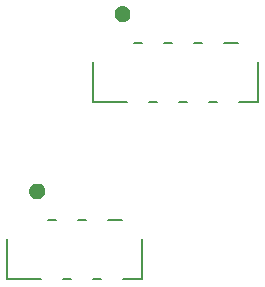
<source format=gbo>
G75*
%MOIN*%
%OFA0B0*%
%FSLAX25Y25*%
%IPPOS*%
%LPD*%
%AMOC8*
5,1,8,0,0,1.08239X$1,22.5*
%
%ADD10C,0.00600*%
%ADD11C,0.02500*%
D10*
X0189536Y0088563D02*
X0189536Y0101863D01*
X0203236Y0108363D02*
X0205836Y0108363D01*
X0213236Y0108363D02*
X0215836Y0108363D01*
X0223236Y0108363D02*
X0227936Y0108363D01*
X0234536Y0101863D02*
X0234536Y0088563D01*
X0228236Y0088563D01*
X0220836Y0088563D02*
X0218236Y0088563D01*
X0210836Y0088563D02*
X0208236Y0088563D01*
X0200836Y0088563D02*
X0189536Y0088563D01*
X0218001Y0147618D02*
X0229301Y0147618D01*
X0236701Y0147618D02*
X0239301Y0147618D01*
X0246701Y0147618D02*
X0249301Y0147618D01*
X0256701Y0147618D02*
X0259301Y0147618D01*
X0266701Y0147618D02*
X0273001Y0147618D01*
X0273001Y0160918D01*
X0266401Y0167418D02*
X0261701Y0167418D01*
X0254301Y0167418D02*
X0251701Y0167418D01*
X0244301Y0167418D02*
X0241701Y0167418D01*
X0234301Y0167418D02*
X0231701Y0167418D01*
X0218001Y0160918D02*
X0218001Y0147618D01*
D11*
X0226751Y0176918D02*
X0226753Y0176988D01*
X0226759Y0177058D01*
X0226769Y0177127D01*
X0226782Y0177196D01*
X0226800Y0177264D01*
X0226821Y0177331D01*
X0226846Y0177396D01*
X0226875Y0177460D01*
X0226907Y0177523D01*
X0226943Y0177583D01*
X0226982Y0177641D01*
X0227024Y0177697D01*
X0227069Y0177751D01*
X0227117Y0177802D01*
X0227168Y0177850D01*
X0227222Y0177895D01*
X0227278Y0177937D01*
X0227336Y0177976D01*
X0227396Y0178012D01*
X0227459Y0178044D01*
X0227523Y0178073D01*
X0227588Y0178098D01*
X0227655Y0178119D01*
X0227723Y0178137D01*
X0227792Y0178150D01*
X0227861Y0178160D01*
X0227931Y0178166D01*
X0228001Y0178168D01*
X0228071Y0178166D01*
X0228141Y0178160D01*
X0228210Y0178150D01*
X0228279Y0178137D01*
X0228347Y0178119D01*
X0228414Y0178098D01*
X0228479Y0178073D01*
X0228543Y0178044D01*
X0228606Y0178012D01*
X0228666Y0177976D01*
X0228724Y0177937D01*
X0228780Y0177895D01*
X0228834Y0177850D01*
X0228885Y0177802D01*
X0228933Y0177751D01*
X0228978Y0177697D01*
X0229020Y0177641D01*
X0229059Y0177583D01*
X0229095Y0177523D01*
X0229127Y0177460D01*
X0229156Y0177396D01*
X0229181Y0177331D01*
X0229202Y0177264D01*
X0229220Y0177196D01*
X0229233Y0177127D01*
X0229243Y0177058D01*
X0229249Y0176988D01*
X0229251Y0176918D01*
X0229249Y0176848D01*
X0229243Y0176778D01*
X0229233Y0176709D01*
X0229220Y0176640D01*
X0229202Y0176572D01*
X0229181Y0176505D01*
X0229156Y0176440D01*
X0229127Y0176376D01*
X0229095Y0176313D01*
X0229059Y0176253D01*
X0229020Y0176195D01*
X0228978Y0176139D01*
X0228933Y0176085D01*
X0228885Y0176034D01*
X0228834Y0175986D01*
X0228780Y0175941D01*
X0228724Y0175899D01*
X0228666Y0175860D01*
X0228606Y0175824D01*
X0228543Y0175792D01*
X0228479Y0175763D01*
X0228414Y0175738D01*
X0228347Y0175717D01*
X0228279Y0175699D01*
X0228210Y0175686D01*
X0228141Y0175676D01*
X0228071Y0175670D01*
X0228001Y0175668D01*
X0227931Y0175670D01*
X0227861Y0175676D01*
X0227792Y0175686D01*
X0227723Y0175699D01*
X0227655Y0175717D01*
X0227588Y0175738D01*
X0227523Y0175763D01*
X0227459Y0175792D01*
X0227396Y0175824D01*
X0227336Y0175860D01*
X0227278Y0175899D01*
X0227222Y0175941D01*
X0227168Y0175986D01*
X0227117Y0176034D01*
X0227069Y0176085D01*
X0227024Y0176139D01*
X0226982Y0176195D01*
X0226943Y0176253D01*
X0226907Y0176313D01*
X0226875Y0176376D01*
X0226846Y0176440D01*
X0226821Y0176505D01*
X0226800Y0176572D01*
X0226782Y0176640D01*
X0226769Y0176709D01*
X0226759Y0176778D01*
X0226753Y0176848D01*
X0226751Y0176918D01*
X0198286Y0117863D02*
X0198288Y0117933D01*
X0198294Y0118003D01*
X0198304Y0118072D01*
X0198317Y0118141D01*
X0198335Y0118209D01*
X0198356Y0118276D01*
X0198381Y0118341D01*
X0198410Y0118405D01*
X0198442Y0118468D01*
X0198478Y0118528D01*
X0198517Y0118586D01*
X0198559Y0118642D01*
X0198604Y0118696D01*
X0198652Y0118747D01*
X0198703Y0118795D01*
X0198757Y0118840D01*
X0198813Y0118882D01*
X0198871Y0118921D01*
X0198931Y0118957D01*
X0198994Y0118989D01*
X0199058Y0119018D01*
X0199123Y0119043D01*
X0199190Y0119064D01*
X0199258Y0119082D01*
X0199327Y0119095D01*
X0199396Y0119105D01*
X0199466Y0119111D01*
X0199536Y0119113D01*
X0199606Y0119111D01*
X0199676Y0119105D01*
X0199745Y0119095D01*
X0199814Y0119082D01*
X0199882Y0119064D01*
X0199949Y0119043D01*
X0200014Y0119018D01*
X0200078Y0118989D01*
X0200141Y0118957D01*
X0200201Y0118921D01*
X0200259Y0118882D01*
X0200315Y0118840D01*
X0200369Y0118795D01*
X0200420Y0118747D01*
X0200468Y0118696D01*
X0200513Y0118642D01*
X0200555Y0118586D01*
X0200594Y0118528D01*
X0200630Y0118468D01*
X0200662Y0118405D01*
X0200691Y0118341D01*
X0200716Y0118276D01*
X0200737Y0118209D01*
X0200755Y0118141D01*
X0200768Y0118072D01*
X0200778Y0118003D01*
X0200784Y0117933D01*
X0200786Y0117863D01*
X0200784Y0117793D01*
X0200778Y0117723D01*
X0200768Y0117654D01*
X0200755Y0117585D01*
X0200737Y0117517D01*
X0200716Y0117450D01*
X0200691Y0117385D01*
X0200662Y0117321D01*
X0200630Y0117258D01*
X0200594Y0117198D01*
X0200555Y0117140D01*
X0200513Y0117084D01*
X0200468Y0117030D01*
X0200420Y0116979D01*
X0200369Y0116931D01*
X0200315Y0116886D01*
X0200259Y0116844D01*
X0200201Y0116805D01*
X0200141Y0116769D01*
X0200078Y0116737D01*
X0200014Y0116708D01*
X0199949Y0116683D01*
X0199882Y0116662D01*
X0199814Y0116644D01*
X0199745Y0116631D01*
X0199676Y0116621D01*
X0199606Y0116615D01*
X0199536Y0116613D01*
X0199466Y0116615D01*
X0199396Y0116621D01*
X0199327Y0116631D01*
X0199258Y0116644D01*
X0199190Y0116662D01*
X0199123Y0116683D01*
X0199058Y0116708D01*
X0198994Y0116737D01*
X0198931Y0116769D01*
X0198871Y0116805D01*
X0198813Y0116844D01*
X0198757Y0116886D01*
X0198703Y0116931D01*
X0198652Y0116979D01*
X0198604Y0117030D01*
X0198559Y0117084D01*
X0198517Y0117140D01*
X0198478Y0117198D01*
X0198442Y0117258D01*
X0198410Y0117321D01*
X0198381Y0117385D01*
X0198356Y0117450D01*
X0198335Y0117517D01*
X0198317Y0117585D01*
X0198304Y0117654D01*
X0198294Y0117723D01*
X0198288Y0117793D01*
X0198286Y0117863D01*
M02*

</source>
